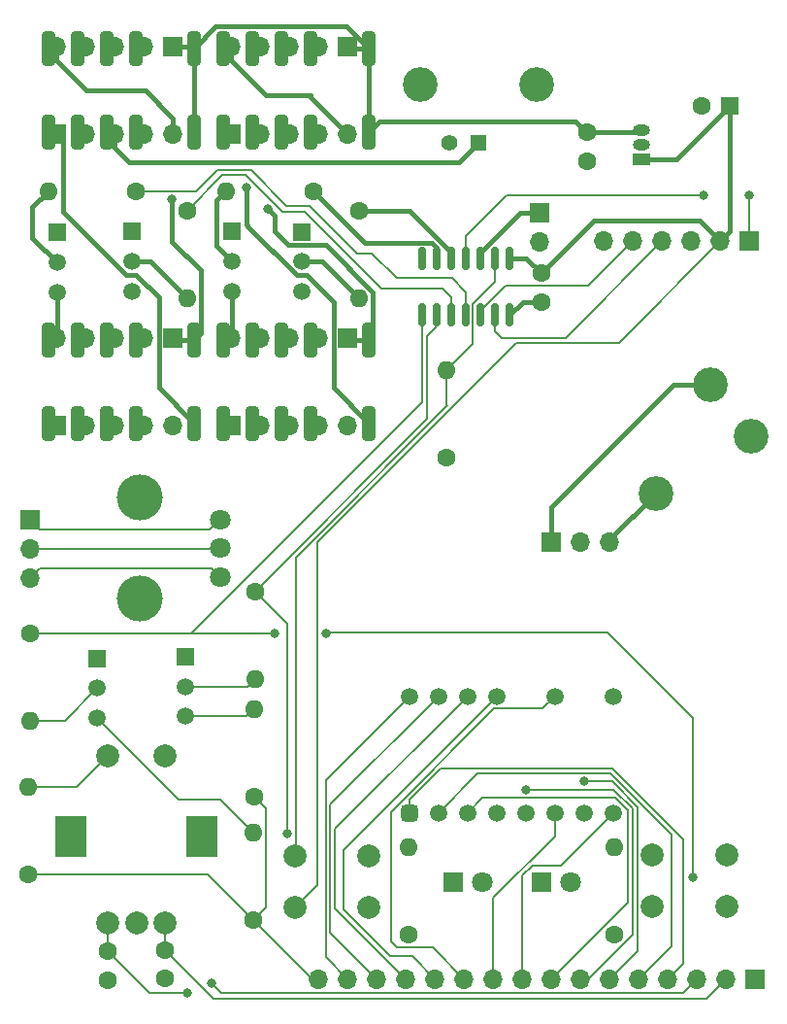
<source format=gbr>
%TF.GenerationSoftware,KiCad,Pcbnew,(6.0.7)*%
%TF.CreationDate,2023-03-08T11:17:01-08:00*%
%TF.ProjectId,Relay_LED,52656c61-795f-44c4-9544-2e6b69636164,rev?*%
%TF.SameCoordinates,Original*%
%TF.FileFunction,Copper,L1,Top*%
%TF.FilePolarity,Positive*%
%FSLAX46Y46*%
G04 Gerber Fmt 4.6, Leading zero omitted, Abs format (unit mm)*
G04 Created by KiCad (PCBNEW (6.0.7)) date 2023-03-08 11:17:01*
%MOMM*%
%LPD*%
G01*
G04 APERTURE LIST*
G04 Aperture macros list*
%AMRoundRect*
0 Rectangle with rounded corners*
0 $1 Rounding radius*
0 $2 $3 $4 $5 $6 $7 $8 $9 X,Y pos of 4 corners*
0 Add a 4 corners polygon primitive as box body*
4,1,4,$2,$3,$4,$5,$6,$7,$8,$9,$2,$3,0*
0 Add four circle primitives for the rounded corners*
1,1,$1+$1,$2,$3*
1,1,$1+$1,$4,$5*
1,1,$1+$1,$6,$7*
1,1,$1+$1,$8,$9*
0 Add four rect primitives between the rounded corners*
20,1,$1+$1,$2,$3,$4,$5,0*
20,1,$1+$1,$4,$5,$6,$7,0*
20,1,$1+$1,$6,$7,$8,$9,0*
20,1,$1+$1,$8,$9,$2,$3,0*%
G04 Aperture macros list end*
%TA.AperFunction,ComponentPad*%
%ADD10C,2.000000*%
%TD*%
%TA.AperFunction,ComponentPad*%
%ADD11R,2.800000X3.600000*%
%TD*%
%TA.AperFunction,SMDPad,CuDef*%
%ADD12RoundRect,0.150000X-0.150000X0.825000X-0.150000X-0.825000X0.150000X-0.825000X0.150000X0.825000X0*%
%TD*%
%TA.AperFunction,ComponentPad*%
%ADD13C,1.600000*%
%TD*%
%TA.AperFunction,ComponentPad*%
%ADD14O,1.600000X1.600000*%
%TD*%
%TA.AperFunction,WasherPad*%
%ADD15C,4.000000*%
%TD*%
%TA.AperFunction,ComponentPad*%
%ADD16C,1.800000*%
%TD*%
%TA.AperFunction,ComponentPad*%
%ADD17C,3.016000*%
%TD*%
%TA.AperFunction,ComponentPad*%
%ADD18R,1.700000X1.700000*%
%TD*%
%TA.AperFunction,ComponentPad*%
%ADD19O,1.700000X1.700000*%
%TD*%
%TA.AperFunction,SMDPad,CuDef*%
%ADD20RoundRect,0.249750X0.305250X1.250250X-0.305250X1.250250X-0.305250X-1.250250X0.305250X-1.250250X0*%
%TD*%
%TA.AperFunction,ComponentPad*%
%ADD21R,1.500000X1.500000*%
%TD*%
%TA.AperFunction,ComponentPad*%
%ADD22C,1.500000*%
%TD*%
%TA.AperFunction,ComponentPad*%
%ADD23R,1.600000X1.600000*%
%TD*%
%TA.AperFunction,ComponentPad*%
%ADD24RoundRect,0.375000X0.375000X-0.375000X0.375000X0.375000X-0.375000X0.375000X-0.375000X-0.375000X0*%
%TD*%
%TA.AperFunction,ComponentPad*%
%ADD25R,1.800000X1.800000*%
%TD*%
%TA.AperFunction,ComponentPad*%
%ADD26R,1.398000X1.398000*%
%TD*%
%TA.AperFunction,ComponentPad*%
%ADD27C,1.398000*%
%TD*%
%TA.AperFunction,ComponentPad*%
%ADD28C,3.015000*%
%TD*%
%TA.AperFunction,ComponentPad*%
%ADD29R,1.500000X1.000000*%
%TD*%
%TA.AperFunction,ComponentPad*%
%ADD30O,1.500000X1.000000*%
%TD*%
%TA.AperFunction,ViaPad*%
%ADD31C,0.800000*%
%TD*%
%TA.AperFunction,Conductor*%
%ADD32C,0.400000*%
%TD*%
%TA.AperFunction,Conductor*%
%ADD33C,0.200000*%
%TD*%
G04 APERTURE END LIST*
D10*
%TO.P,S1,1*%
%TO.N,Net-(R7-Pad2)*%
X59725000Y-115900000D03*
%TO.P,S1,2*%
%TO.N,GND*%
X64725000Y-115900000D03*
D11*
%TO.P,S1,3*%
%TO.N,unconnected-(S1-Pad3)*%
X56525000Y-122900000D03*
X67925000Y-122900000D03*
D10*
%TO.P,S1,A,CH_A*%
%TO.N,ECa*%
X59725000Y-130400000D03*
%TO.P,S1,B,CH_B*%
%TO.N,ECb*%
X64725000Y-130400000D03*
%TO.P,S1,C,COM*%
%TO.N,GND*%
X62225000Y-130400000D03*
%TD*%
D12*
%TO.P,U1,1,VDD*%
%TO.N,+5V*%
X94785000Y-72525000D03*
%TO.P,U1,2,RA5*%
%TO.N,Net-(R8-Pad2)*%
X93515000Y-72525000D03*
%TO.P,U1,3,RA4*%
%TO.N,Cal*%
X92245000Y-72525000D03*
%TO.P,U1,4,Vpp/~{MCLR}/RA3*%
%TO.N,VPP*%
X90975000Y-72525000D03*
%TO.P,U1,5,RC5*%
%TO.N,R34r*%
X89705000Y-72525000D03*
%TO.P,U1,6,RC4*%
%TO.N,R34s*%
X88435000Y-72525000D03*
%TO.P,U1,7,RC3*%
%TO.N,unconnected-(U1-Pad7)*%
X87165000Y-72525000D03*
%TO.P,U1,8,RC2*%
%TO.N,15m*%
X87165000Y-77475000D03*
%TO.P,U1,9,RC1*%
%TO.N,20m*%
X88435000Y-77475000D03*
%TO.P,U1,10,RC0*%
%TO.N,R12r*%
X89705000Y-77475000D03*
%TO.P,U1,11,RA2*%
%TO.N,R12s*%
X90975000Y-77475000D03*
%TO.P,U1,12,ICSPCLK/RA1*%
%TO.N,ICSPCLK*%
X92245000Y-77475000D03*
%TO.P,U1,13,ICSPDAT/RA0*%
%TO.N,ICSPDAT*%
X93515000Y-77475000D03*
%TO.P,U1,14,VSS*%
%TO.N,GND*%
X94785000Y-77475000D03*
%TD*%
D13*
%TO.P,R3,1*%
%TO.N,20m*%
X72550000Y-101540000D03*
D14*
%TO.P,R3,2*%
%TO.N,Net-(Q1-Pad2)*%
X72550000Y-109160000D03*
%TD*%
D15*
%TO.P,R9,*%
%TO.N,*%
X62500000Y-102175000D03*
X62500000Y-93375000D03*
D16*
%TO.P,R9,1,1*%
%TO.N,Vol1*%
X69500000Y-95275000D03*
%TO.P,R9,2,2*%
%TO.N,Wiper*%
X69500000Y-97775000D03*
%TO.P,R9,3,3*%
%TO.N,Vol3*%
X69500000Y-100275000D03*
%TD*%
D17*
%TO.P,CON1,1,S*%
%TO.N,GND*%
X115825000Y-88007100D03*
%TO.P,CON1,2,T*%
%TO.N,Dit*%
X112325000Y-83507100D03*
%TO.P,CON1,3,R*%
%TO.N,Dah*%
X107525000Y-93007100D03*
%TD*%
D18*
%TO.P,J7,1,Pin_1*%
%TO.N,R2.7*%
X55260000Y-87090000D03*
D19*
%TO.P,J7,2,Pin_2*%
%TO.N,R2.8*%
X57800000Y-87090000D03*
%TO.P,J7,3,Pin_3*%
%TO.N,R2.9*%
X60340000Y-87090000D03*
%TO.P,J7,4,Pin_4*%
%TO.N,R2.10*%
X62880000Y-87090000D03*
%TO.P,J7,5,Pin_5*%
%TO.N,GND*%
X65420000Y-87090000D03*
%TD*%
D13*
%TO.P,C5,1*%
%TO.N,VDD*%
X101500000Y-61525000D03*
%TO.P,C5,2*%
%TO.N,GND*%
X101500000Y-64025000D03*
%TD*%
D18*
%TO.P,J13,1,Pin_1*%
%TO.N,VDD*%
X80645000Y-54080000D03*
D19*
%TO.P,J13,2,Pin_2*%
%TO.N,R3.3*%
X78105000Y-54080000D03*
%TO.P,J13,3,Pin_3*%
%TO.N,R3.4*%
X75565000Y-54080000D03*
%TO.P,J13,4,Pin_4*%
%TO.N,R3.5*%
X73025000Y-54080000D03*
%TO.P,J13,5,Pin_5*%
%TO.N,R3.6*%
X70485000Y-54080000D03*
%TD*%
D18*
%TO.P,J1,1,Pin_1*%
%TO.N,GND*%
X116200000Y-135350000D03*
D19*
%TO.P,J1,2,Pin_2*%
%TO.N,ECb*%
X113660000Y-135350000D03*
%TO.P,J1,3,Pin_3*%
%TO.N,ECa*%
X111120000Y-135350000D03*
%TO.P,J1,4,Pin_4*%
%TO.N,D1*%
X108580000Y-135350000D03*
%TO.P,J1,5,Pin_5*%
%TO.N,D2*%
X106040000Y-135350000D03*
%TO.P,J1,6,Pin_6*%
%TO.N,dp*%
X103500000Y-135350000D03*
%TO.P,J1,7,Pin_7*%
%TO.N,e*%
X100960000Y-135350000D03*
%TO.P,J1,8,Pin_8*%
%TO.N,d*%
X98420000Y-135350000D03*
%TO.P,J1,9,Pin_9*%
%TO.N,D4*%
X95880000Y-135350000D03*
%TO.P,J1,10,Pin_10*%
%TO.N,D3*%
X93340000Y-135350000D03*
%TO.P,J1,11,Pin_11*%
%TO.N,f*%
X90800000Y-135350000D03*
%TO.P,J1,12,Pin_12*%
%TO.N,c*%
X88260000Y-135350000D03*
%TO.P,J1,13,Pin_13*%
%TO.N,a*%
X85720000Y-135350000D03*
%TO.P,J1,14,Pin_14*%
%TO.N,g*%
X83180000Y-135350000D03*
%TO.P,J1,15,Pin_15*%
%TO.N,b*%
X80640000Y-135350000D03*
%TO.P,J1,16,Pin_16*%
%TO.N,SW*%
X78100000Y-135350000D03*
%TD*%
D13*
%TO.P,R10,1*%
%TO.N,R12s*%
X62150000Y-66675000D03*
D14*
%TO.P,R10,2*%
%TO.N,Net-(Q3-Pad2)*%
X54530000Y-66675000D03*
%TD*%
D20*
%TO.P,RY2,1,SET+*%
%TO.N,R1.6*%
X67240000Y-79600000D03*
%TO.P,RY2,3,NC1*%
%TO.N,R2.3*%
X62160000Y-79600000D03*
%TO.P,RY2,4,C1*%
%TO.N,R2.4*%
X59620000Y-79600000D03*
%TO.P,RY2,5,NO1*%
%TO.N,R2.5*%
X57080000Y-79600000D03*
%TO.P,RY2,6,SET-*%
%TO.N,R2.6*%
X54540000Y-79600000D03*
%TO.P,RY2,7,RESET-*%
%TO.N,R2.7*%
X54540000Y-86890000D03*
%TO.P,RY2,8,NO2*%
%TO.N,R2.8*%
X57080000Y-86890000D03*
%TO.P,RY2,9,C2*%
%TO.N,R2.9*%
X59620000Y-86890000D03*
%TO.P,RY2,10,NC2*%
%TO.N,R2.10*%
X62160000Y-86890000D03*
%TO.P,RY2,12,RESET+*%
%TO.N,R1.7*%
X67240000Y-86890000D03*
%TD*%
D18*
%TO.P,J2,1,Pin_1*%
%TO.N,VPP*%
X115700000Y-71025000D03*
D19*
%TO.P,J2,2,Pin_2*%
%TO.N,+5V*%
X113160000Y-71025000D03*
%TO.P,J2,3,Pin_3*%
%TO.N,GND*%
X110620000Y-71025000D03*
%TO.P,J2,4,Pin_4*%
%TO.N,ICSPDAT*%
X108080000Y-71025000D03*
%TO.P,J2,5,Pin_5*%
%TO.N,ICSPCLK*%
X105540000Y-71025000D03*
%TO.P,J2,6,Pin_6*%
%TO.N,unconnected-(J2-Pad6)*%
X103000000Y-71025000D03*
%TD*%
D13*
%TO.P,R8,1*%
%TO.N,GND*%
X89300000Y-89860000D03*
D14*
%TO.P,R8,2*%
%TO.N,Net-(R8-Pad2)*%
X89300000Y-82240000D03*
%TD*%
D18*
%TO.P,J12,1,Pin_1*%
%TO.N,R1.6*%
X65410000Y-79480000D03*
D19*
%TO.P,J12,2,Pin_2*%
%TO.N,R2.3*%
X62870000Y-79480000D03*
%TO.P,J12,3,Pin_3*%
%TO.N,R2.4*%
X60330000Y-79480000D03*
%TO.P,J12,4,Pin_4*%
%TO.N,R2.5*%
X57790000Y-79480000D03*
%TO.P,J12,5,Pin_5*%
%TO.N,R2.6*%
X55250000Y-79480000D03*
%TD*%
D18*
%TO.P,J8,1,Pin_1*%
%TO.N,R3.7*%
X70495000Y-61700000D03*
D19*
%TO.P,J8,2,Pin_2*%
%TO.N,R3.8*%
X73035000Y-61700000D03*
%TO.P,J8,3,Pin_3*%
%TO.N,R3.9*%
X75575000Y-61700000D03*
%TO.P,J8,4,Pin_4*%
%TO.N,R3.10*%
X78115000Y-61700000D03*
%TO.P,J8,5,Pin_5*%
%TO.N,R3.6*%
X80655000Y-61700000D03*
%TD*%
D13*
%TO.P,R13,1*%
%TO.N,R34r*%
X81650000Y-68400000D03*
D14*
%TO.P,R13,2*%
%TO.N,Net-(Q6-Pad2)*%
X81650000Y-76020000D03*
%TD*%
D13*
%TO.P,R4,1*%
%TO.N,15m*%
X52900000Y-105200000D03*
D14*
%TO.P,R4,2*%
%TO.N,Net-(Q2-Pad2)*%
X52900000Y-112820000D03*
%TD*%
D18*
%TO.P,J5,1,Pin_1*%
%TO.N,Cal*%
X97375000Y-68575000D03*
D19*
%TO.P,J5,2,Pin_2*%
%TO.N,GND*%
X97375000Y-71115000D03*
%TD*%
D21*
%TO.P,Q2,1,E*%
%TO.N,GND*%
X58800000Y-107375000D03*
D22*
%TO.P,Q2,2,B*%
%TO.N,Net-(Q2-Pad2)*%
X58800000Y-109975000D03*
%TO.P,Q2,3,C*%
%TO.N,Net-(Q2-Pad3)*%
X58800000Y-112575000D03*
%TD*%
D23*
%TO.P,C3,1*%
%TO.N,+5V*%
X114007380Y-59225000D03*
D13*
%TO.P,C3,2*%
%TO.N,GND*%
X111507380Y-59225000D03*
%TD*%
D18*
%TO.P,J9,1,Pin_1*%
%TO.N,R4.7*%
X70500000Y-87090000D03*
D19*
%TO.P,J9,2,Pin_2*%
%TO.N,R4.8*%
X73040000Y-87090000D03*
%TO.P,J9,3,Pin_3*%
%TO.N,R4.9*%
X75580000Y-87090000D03*
%TO.P,J9,4,Pin_4*%
%TO.N,R4.10*%
X78120000Y-87090000D03*
%TO.P,J9,5,Pin_5*%
%TO.N,GND*%
X80660000Y-87090000D03*
%TD*%
D18*
%TO.P,J4,1,Pin_1*%
%TO.N,Vol1*%
X52950000Y-95325000D03*
D19*
%TO.P,J4,2,Pin_2*%
%TO.N,Wiper*%
X52950000Y-97865000D03*
%TO.P,J4,3,Pin_3*%
%TO.N,Vol3*%
X52950000Y-100405000D03*
%TD*%
D13*
%TO.P,C2,1*%
%TO.N,ECa*%
X59750000Y-132925000D03*
%TO.P,C2,2*%
%TO.N,GND*%
X59750000Y-135425000D03*
%TD*%
%TO.P,R11,1*%
%TO.N,R12r*%
X66625000Y-68375000D03*
D14*
%TO.P,R11,2*%
%TO.N,Net-(Q4-Pad2)*%
X66625000Y-75995000D03*
%TD*%
D13*
%TO.P,R7,1*%
%TO.N,SW*%
X52750000Y-126235000D03*
D14*
%TO.P,R7,2*%
%TO.N,Net-(R7-Pad2)*%
X52750000Y-118615000D03*
%TD*%
D24*
%TO.P,DSP1,1,CA1*%
%TO.N,D1*%
X86010000Y-120847500D03*
D22*
%TO.P,DSP1,2,CA2*%
%TO.N,D2*%
X88550000Y-120847500D03*
%TO.P,DSP1,3,D*%
%TO.N,d*%
X91090000Y-120847500D03*
%TO.P,DSP1,4,CAL*%
%TO.N,unconnected-(DSP1-Pad4)*%
X93630000Y-120847500D03*
%TO.P,DSP1,5,E*%
%TO.N,e*%
X96170000Y-120847500D03*
%TO.P,DSP1,6,CA3*%
%TO.N,D3*%
X98710000Y-120847500D03*
%TO.P,DSP1,7,DP*%
%TO.N,dp*%
X101250000Y-120847500D03*
%TO.P,DSP1,8,CA4*%
%TO.N,D4*%
X103790000Y-120847500D03*
%TO.P,DSP1,9,NC*%
%TO.N,unconnected-(DSP1-Pad9)*%
X103790000Y-110687500D03*
%TO.P,DSP1,11,F*%
%TO.N,f*%
X98710000Y-110687500D03*
%TO.P,DSP1,13,C*%
%TO.N,c*%
X93630000Y-110687500D03*
%TO.P,DSP1,14,A*%
%TO.N,a*%
X91090000Y-110687500D03*
%TO.P,DSP1,15,G*%
%TO.N,g*%
X88550000Y-110687500D03*
%TO.P,DSP1,16,B*%
%TO.N,b*%
X86010000Y-110687500D03*
%TD*%
D21*
%TO.P,Q5,1,E*%
%TO.N,GND*%
X70550000Y-70175000D03*
D22*
%TO.P,Q5,2,B*%
%TO.N,Net-(Q5-Pad2)*%
X70550000Y-72775000D03*
%TO.P,Q5,3,C*%
%TO.N,R4.6*%
X70550000Y-75375000D03*
%TD*%
D10*
%TO.P,SW2,1,1*%
%TO.N,Net-(R8-Pad2)*%
X82525000Y-124600000D03*
X76025000Y-124600000D03*
%TO.P,SW2,2,2*%
%TO.N,+5V*%
X82525000Y-129100000D03*
X76025000Y-129100000D03*
%TD*%
D13*
%TO.P,R12,1*%
%TO.N,R34s*%
X77650000Y-66675000D03*
D14*
%TO.P,R12,2*%
%TO.N,Net-(Q5-Pad2)*%
X70030000Y-66675000D03*
%TD*%
D25*
%TO.P,D2,1,K*%
%TO.N,GND*%
X97600000Y-126925000D03*
D16*
%TO.P,D2,2,A*%
%TO.N,Net-(D2-Pad2)*%
X100140000Y-126925000D03*
%TD*%
D26*
%TO.P,J10,1,1*%
%TO.N,R1.9*%
X92050000Y-62466500D03*
D27*
%TO.P,J10,2,2*%
%TO.N,GND*%
X89510000Y-62466500D03*
D28*
%TO.P,J10,P1,SHIELD*%
X86970000Y-57386500D03*
%TO.P,J10,P2,SHIELD*%
X97130000Y-57386500D03*
%TD*%
D13*
%TO.P,C1,1*%
%TO.N,+5V*%
X97525000Y-73825000D03*
%TO.P,C1,2*%
%TO.N,GND*%
X97525000Y-76325000D03*
%TD*%
%TO.P,R5,1*%
%TO.N,SW*%
X72475000Y-119400000D03*
D14*
%TO.P,R5,2*%
%TO.N,Net-(Q1-Pad3)*%
X72475000Y-111780000D03*
%TD*%
D18*
%TO.P,J14,1,Pin_1*%
%TO.N,R3.6*%
X80650000Y-79480000D03*
D19*
%TO.P,J14,2,Pin_2*%
%TO.N,R4.3*%
X78110000Y-79480000D03*
%TO.P,J14,3,Pin_3*%
%TO.N,R4.4*%
X75570000Y-79480000D03*
%TO.P,J14,4,Pin_4*%
%TO.N,R4.5*%
X73030000Y-79480000D03*
%TO.P,J14,5,Pin_5*%
%TO.N,R4.6*%
X70490000Y-79480000D03*
%TD*%
D21*
%TO.P,Q3,1,E*%
%TO.N,GND*%
X55275000Y-70250000D03*
D22*
%TO.P,Q3,2,B*%
%TO.N,Net-(Q3-Pad2)*%
X55275000Y-72850000D03*
%TO.P,Q3,3,C*%
%TO.N,R2.6*%
X55275000Y-75450000D03*
%TD*%
D13*
%TO.P,C4,1*%
%TO.N,ECb*%
X64750000Y-132800000D03*
%TO.P,C4,2*%
%TO.N,GND*%
X64750000Y-135300000D03*
%TD*%
D29*
%TO.P,U2,1,OUT*%
%TO.N,+5V*%
X106275000Y-63920000D03*
D30*
%TO.P,U2,2,GND*%
%TO.N,GND*%
X106275000Y-62650000D03*
%TO.P,U2,3,IN*%
%TO.N,VDD*%
X106275000Y-61380000D03*
%TD*%
D20*
%TO.P,RY3,1,SET+*%
%TO.N,VDD*%
X82475000Y-54205000D03*
%TO.P,RY3,3,NC1*%
%TO.N,R3.3*%
X77395000Y-54205000D03*
%TO.P,RY3,4,C1*%
%TO.N,R3.4*%
X74855000Y-54205000D03*
%TO.P,RY3,5,NO1*%
%TO.N,R3.5*%
X72315000Y-54205000D03*
%TO.P,RY3,6,SET-*%
%TO.N,R3.6*%
X69775000Y-54205000D03*
%TO.P,RY3,7,RESET-*%
%TO.N,R3.7*%
X69775000Y-61495000D03*
%TO.P,RY3,8,NO2*%
%TO.N,R3.8*%
X72315000Y-61495000D03*
%TO.P,RY3,9,C2*%
%TO.N,R3.9*%
X74855000Y-61495000D03*
%TO.P,RY3,10,NC2*%
%TO.N,R3.10*%
X77395000Y-61495000D03*
%TO.P,RY3,12,RESET+*%
%TO.N,VDD*%
X82475000Y-61495000D03*
%TD*%
D10*
%TO.P,SW1,1,1*%
%TO.N,SW*%
X113750000Y-124500000D03*
X107250000Y-124500000D03*
%TO.P,SW1,2,2*%
%TO.N,GND*%
X107250000Y-129000000D03*
X113750000Y-129000000D03*
%TD*%
D13*
%TO.P,R2,1*%
%TO.N,Net-(D2-Pad2)*%
X103900000Y-131485000D03*
D14*
%TO.P,R2,2*%
%TO.N,15m*%
X103900000Y-123865000D03*
%TD*%
D25*
%TO.P,D1,1,K*%
%TO.N,GND*%
X89875000Y-126875000D03*
D16*
%TO.P,D1,2,A*%
%TO.N,Net-(D1-Pad2)*%
X92415000Y-126875000D03*
%TD*%
D18*
%TO.P,J3,1,Pin_1*%
%TO.N,Dit*%
X98425000Y-97250000D03*
D19*
%TO.P,J3,2,Pin_2*%
%TO.N,GND*%
X100965000Y-97250000D03*
%TO.P,J3,3,Pin_3*%
%TO.N,Dah*%
X103505000Y-97250000D03*
%TD*%
D20*
%TO.P,RY4,1,SET+*%
%TO.N,R3.6*%
X82475000Y-79605000D03*
%TO.P,RY4,3,NC1*%
%TO.N,R4.3*%
X77395000Y-79605000D03*
%TO.P,RY4,4,C1*%
%TO.N,R4.4*%
X74855000Y-79605000D03*
%TO.P,RY4,5,NO1*%
%TO.N,R4.5*%
X72315000Y-79605000D03*
%TO.P,RY4,6,SET-*%
%TO.N,R4.6*%
X69775000Y-79605000D03*
%TO.P,RY4,7,RESET-*%
%TO.N,R4.7*%
X69775000Y-86895000D03*
%TO.P,RY4,8,NO2*%
%TO.N,R4.8*%
X72315000Y-86895000D03*
%TO.P,RY4,9,C2*%
%TO.N,R4.9*%
X74855000Y-86895000D03*
%TO.P,RY4,10,NC2*%
%TO.N,R4.10*%
X77395000Y-86895000D03*
%TO.P,RY4,12,RESET+*%
%TO.N,R3.7*%
X82475000Y-86895000D03*
%TD*%
D13*
%TO.P,R6,1*%
%TO.N,SW*%
X72400000Y-130195000D03*
D14*
%TO.P,R6,2*%
%TO.N,Net-(Q2-Pad3)*%
X72400000Y-122575000D03*
%TD*%
D21*
%TO.P,Q1,1,E*%
%TO.N,GND*%
X66500000Y-107225000D03*
D22*
%TO.P,Q1,2,B*%
%TO.N,Net-(Q1-Pad2)*%
X66500000Y-109825000D03*
%TO.P,Q1,3,C*%
%TO.N,Net-(Q1-Pad3)*%
X66500000Y-112425000D03*
%TD*%
D18*
%TO.P,J11,1,Pin_1*%
%TO.N,VDD*%
X65405000Y-54080000D03*
D19*
%TO.P,J11,2,Pin_2*%
%TO.N,R1.3*%
X62865000Y-54080000D03*
%TO.P,J11,3,Pin_3*%
%TO.N,R1.4*%
X60325000Y-54080000D03*
%TO.P,J11,4,Pin_4*%
%TO.N,R1.5*%
X57785000Y-54080000D03*
%TO.P,J11,5,Pin_5*%
%TO.N,R1.6*%
X55245000Y-54080000D03*
%TD*%
D13*
%TO.P,R1,1*%
%TO.N,Net-(D1-Pad2)*%
X86000000Y-131485000D03*
D14*
%TO.P,R1,2*%
%TO.N,20m*%
X86000000Y-123865000D03*
%TD*%
D21*
%TO.P,Q6,1,E*%
%TO.N,GND*%
X76675000Y-70200000D03*
D22*
%TO.P,Q6,2,B*%
%TO.N,Net-(Q6-Pad2)*%
X76675000Y-72800000D03*
%TO.P,Q6,3,C*%
%TO.N,R4.7*%
X76675000Y-75400000D03*
%TD*%
D21*
%TO.P,Q4,1,E*%
%TO.N,GND*%
X61800000Y-70175000D03*
D22*
%TO.P,Q4,2,B*%
%TO.N,Net-(Q4-Pad2)*%
X61800000Y-72775000D03*
%TO.P,Q4,3,C*%
%TO.N,R2.7*%
X61800000Y-75375000D03*
%TD*%
D18*
%TO.P,J6,1,Pin_1*%
%TO.N,R1.7*%
X55255000Y-61700000D03*
D19*
%TO.P,J6,2,Pin_2*%
%TO.N,R1.8*%
X57795000Y-61700000D03*
%TO.P,J6,3,Pin_3*%
%TO.N,R1.9*%
X60335000Y-61700000D03*
%TO.P,J6,4,Pin_4*%
%TO.N,R1.10*%
X62875000Y-61700000D03*
%TO.P,J6,5,Pin_5*%
%TO.N,R1.6*%
X65415000Y-61700000D03*
%TD*%
D20*
%TO.P,RY1,1,SET+*%
%TO.N,VDD*%
X67235000Y-54205000D03*
%TO.P,RY1,3,NC1*%
%TO.N,R1.3*%
X62155000Y-54205000D03*
%TO.P,RY1,4,C1*%
%TO.N,R1.4*%
X59615000Y-54205000D03*
%TO.P,RY1,5,NO1*%
%TO.N,R1.5*%
X57075000Y-54205000D03*
%TO.P,RY1,6,SET-*%
%TO.N,R1.6*%
X54535000Y-54205000D03*
%TO.P,RY1,7,RESET-*%
%TO.N,R1.7*%
X54535000Y-61495000D03*
%TO.P,RY1,8,NO2*%
%TO.N,R1.8*%
X57075000Y-61495000D03*
%TO.P,RY1,9,C2*%
%TO.N,R1.9*%
X59615000Y-61495000D03*
%TO.P,RY1,10,NC2*%
%TO.N,R1.10*%
X62155000Y-61495000D03*
%TO.P,RY1,12,RESET+*%
%TO.N,VDD*%
X67235000Y-61495000D03*
%TD*%
D31*
%TO.N,ECa*%
X66625000Y-136500000D03*
X68750000Y-135700000D03*
%TO.N,R3.6*%
X73675000Y-68200000D03*
%TO.N,R3.7*%
X71817878Y-66307122D03*
%TO.N,R1.6*%
X65300000Y-67374500D03*
%TO.N,VPP*%
X111700000Y-67050000D03*
X115700000Y-67050000D03*
%TO.N,15m*%
X74300000Y-105200000D03*
X110775000Y-126425000D03*
X78725000Y-105200000D03*
%TO.N,20m*%
X75375000Y-122661485D03*
%TO.N,e*%
X96200000Y-118800000D03*
%TO.N,dp*%
X101250000Y-118100500D03*
%TD*%
D32*
%TO.N,Net-(Q6-Pad2)*%
X78430000Y-72800000D02*
X81650000Y-76020000D01*
X76675000Y-72800000D02*
X78430000Y-72800000D01*
%TO.N,R4.7*%
X69970000Y-87090000D02*
X69775000Y-86895000D01*
X70500000Y-87090000D02*
X69970000Y-87090000D01*
%TO.N,GND*%
X95935000Y-76325000D02*
X94785000Y-77475000D01*
X97525000Y-76325000D02*
X95935000Y-76325000D01*
%TO.N,Net-(Q5-Pad2)*%
X69230001Y-71455001D02*
X70550000Y-72775000D01*
X69230001Y-67474999D02*
X69230001Y-71455001D01*
X70030000Y-66675000D02*
X69230001Y-67474999D01*
%TO.N,R4.6*%
X70490000Y-79480000D02*
X69900000Y-79480000D01*
X69900000Y-79480000D02*
X69775000Y-79605000D01*
X70550000Y-75375000D02*
X70550000Y-78830000D01*
X70550000Y-78830000D02*
X69775000Y-79605000D01*
%TO.N,Net-(Q4-Pad2)*%
X61800000Y-72775000D02*
X63405000Y-72775000D01*
X63405000Y-72775000D02*
X66625000Y-75995000D01*
%TO.N,R2.7*%
X55260000Y-87090000D02*
X54740000Y-87090000D01*
X54740000Y-87090000D02*
X54540000Y-86890000D01*
%TO.N,Net-(Q3-Pad2)*%
X53150000Y-70725000D02*
X55275000Y-72850000D01*
X53150000Y-68055000D02*
X53150000Y-70725000D01*
X54530000Y-66675000D02*
X53150000Y-68055000D01*
%TO.N,R2.6*%
X55250000Y-79480000D02*
X54660000Y-79480000D01*
X55275000Y-75450000D02*
X55275000Y-78865000D01*
X54660000Y-79480000D02*
X54540000Y-79600000D01*
X55275000Y-78865000D02*
X54540000Y-79600000D01*
D33*
%TO.N,Net-(Q2-Pad2)*%
X52900000Y-112820000D02*
X55955000Y-112820000D01*
X55955000Y-112820000D02*
X58800000Y-109975000D01*
%TO.N,Net-(Q2-Pad3)*%
X69525000Y-119700000D02*
X72400000Y-122575000D01*
X58800000Y-112575000D02*
X65925000Y-119700000D01*
X65925000Y-119700000D02*
X69525000Y-119700000D01*
%TO.N,Net-(Q1-Pad2)*%
X71885000Y-109825000D02*
X72550000Y-109160000D01*
X66500000Y-109825000D02*
X71885000Y-109825000D01*
%TO.N,Net-(Q1-Pad3)*%
X66500000Y-112425000D02*
X71830000Y-112425000D01*
X71830000Y-112425000D02*
X72475000Y-111780000D01*
D32*
%TO.N,VDD*%
X106130000Y-61525000D02*
X106275000Y-61380000D01*
X69135000Y-52305000D02*
X80575000Y-52305000D01*
X83420000Y-60550000D02*
X100525000Y-60550000D01*
X101500000Y-61525000D02*
X106130000Y-61525000D01*
X80770000Y-54205000D02*
X80645000Y-54080000D01*
X67110000Y-54080000D02*
X67235000Y-54205000D01*
X80575000Y-52305000D02*
X82475000Y-54205000D01*
X82475000Y-54205000D02*
X80770000Y-54205000D01*
X65405000Y-54080000D02*
X67110000Y-54080000D01*
X100525000Y-60550000D02*
X101500000Y-61525000D01*
X67235000Y-54205000D02*
X69135000Y-52305000D01*
X67235000Y-54205000D02*
X67235000Y-61495000D01*
X82475000Y-61495000D02*
X83420000Y-60550000D01*
X82475000Y-54205000D02*
X82475000Y-61495000D01*
%TO.N,+5V*%
X114007380Y-70177620D02*
X113160000Y-71025000D01*
X97525000Y-73825000D02*
X102098575Y-69251425D01*
X114007380Y-59225000D02*
X109312380Y-63920000D01*
X114007380Y-59225000D02*
X114007380Y-70177620D01*
D33*
X104310000Y-79875000D02*
X113160000Y-71025000D01*
X78025000Y-127100000D02*
X78025000Y-97225000D01*
D32*
X94785000Y-72525000D02*
X96225000Y-72525000D01*
X96225000Y-72525000D02*
X97525000Y-73825000D01*
D33*
X78025000Y-97225000D02*
X95375000Y-79875000D01*
X76025000Y-129100000D02*
X78025000Y-127100000D01*
D32*
X102098575Y-69251425D02*
X111386425Y-69251425D01*
X109312380Y-63920000D02*
X106275000Y-63920000D01*
D33*
X95375000Y-79875000D02*
X104310000Y-79875000D01*
D32*
X111386425Y-69251425D02*
X113160000Y-71025000D01*
D33*
%TO.N,Net-(R7-Pad2)*%
X52750000Y-118615000D02*
X57010000Y-118615000D01*
X57010000Y-118615000D02*
X59725000Y-115900000D01*
%TO.N,ECa*%
X59750000Y-130425000D02*
X59725000Y-130400000D01*
X63325000Y-136500000D02*
X59750000Y-132925000D01*
X109945000Y-136525000D02*
X111120000Y-135350000D01*
X63325000Y-136500000D02*
X66625000Y-136500000D01*
X68775000Y-135675000D02*
X69625000Y-136525000D01*
X69625000Y-136525000D02*
X109945000Y-136525000D01*
X59750000Y-132925000D02*
X59750000Y-130425000D01*
%TO.N,ECb*%
X64725000Y-132775000D02*
X64750000Y-132800000D01*
X68969000Y-137019000D02*
X64750000Y-132800000D01*
X113660000Y-135350000D02*
X111991000Y-137019000D01*
X111991000Y-137019000D02*
X68969000Y-137019000D01*
X64725000Y-130400000D02*
X64725000Y-132775000D01*
D32*
%TO.N,R3.3*%
X78105000Y-54080000D02*
X77520000Y-54080000D01*
X77520000Y-54080000D02*
X77395000Y-54205000D01*
%TO.N,R3.4*%
X74980000Y-54080000D02*
X74855000Y-54205000D01*
X75565000Y-54080000D02*
X74980000Y-54080000D01*
%TO.N,R3.5*%
X73025000Y-54080000D02*
X72440000Y-54080000D01*
X72440000Y-54080000D02*
X72315000Y-54205000D01*
%TO.N,R3.6*%
X70485000Y-54080000D02*
X70485000Y-55282081D01*
X75450000Y-71350000D02*
X74275000Y-70175000D01*
X82850000Y-79230000D02*
X82850000Y-75450000D01*
X78750000Y-71350000D02*
X75450000Y-71350000D01*
X73527919Y-58325000D02*
X77425000Y-58325000D01*
X74275000Y-70175000D02*
X74275000Y-68800000D01*
X82475000Y-79605000D02*
X80775000Y-79605000D01*
X70485000Y-54080000D02*
X69900000Y-54080000D01*
X77425000Y-58470000D02*
X80655000Y-61700000D01*
X82475000Y-79605000D02*
X82850000Y-79230000D01*
X80775000Y-79605000D02*
X80650000Y-79480000D01*
X82850000Y-75450000D02*
X78763578Y-71363578D01*
X70485000Y-55282081D02*
X73527919Y-58325000D01*
X69900000Y-54080000D02*
X69775000Y-54205000D01*
X77425000Y-58325000D02*
X77425000Y-58470000D01*
X74275000Y-68800000D02*
X73675000Y-68200000D01*
X78763578Y-71363578D02*
X78750000Y-71350000D01*
%TO.N,R3.7*%
X76198654Y-73950000D02*
X72025000Y-69776346D01*
X70495000Y-61700000D02*
X69980000Y-61700000D01*
X79400000Y-83820000D02*
X79400000Y-76300000D01*
X72025000Y-69776346D02*
X71817878Y-69569224D01*
X77050000Y-73950000D02*
X76198654Y-73950000D01*
X69980000Y-61700000D02*
X69775000Y-61495000D01*
X82475000Y-86895000D02*
X79400000Y-83820000D01*
X79400000Y-76300000D02*
X77050000Y-73950000D01*
X71817878Y-69569224D02*
X71817878Y-66307122D01*
%TO.N,R3.8*%
X73035000Y-61700000D02*
X72520000Y-61700000D01*
X72520000Y-61700000D02*
X72315000Y-61495000D01*
%TO.N,R3.9*%
X75060000Y-61700000D02*
X74855000Y-61495000D01*
X75575000Y-61700000D02*
X75060000Y-61700000D01*
%TO.N,R3.10*%
X77600000Y-61700000D02*
X77395000Y-61495000D01*
X78115000Y-61700000D02*
X77600000Y-61700000D01*
%TO.N,R4.3*%
X78110000Y-79480000D02*
X77520000Y-79480000D01*
X77520000Y-79480000D02*
X77395000Y-79605000D01*
%TO.N,R4.4*%
X75570000Y-79480000D02*
X74980000Y-79480000D01*
X74980000Y-79480000D02*
X74855000Y-79605000D01*
%TO.N,R4.5*%
X73030000Y-79480000D02*
X72440000Y-79480000D01*
X72440000Y-79480000D02*
X72315000Y-79605000D01*
%TO.N,R4.8*%
X73040000Y-87090000D02*
X72510000Y-87090000D01*
X72510000Y-87090000D02*
X72315000Y-86895000D01*
%TO.N,R4.9*%
X75050000Y-87090000D02*
X74855000Y-86895000D01*
X75580000Y-87090000D02*
X75050000Y-87090000D01*
%TO.N,R4.10*%
X78120000Y-87090000D02*
X77590000Y-87090000D01*
X77590000Y-87090000D02*
X77395000Y-86895000D01*
%TO.N,R1.6*%
X67240000Y-79600000D02*
X65530000Y-79600000D01*
X63000000Y-57900000D02*
X65415000Y-60315000D01*
X65415000Y-60315000D02*
X65415000Y-61700000D01*
X67240000Y-79600000D02*
X67825000Y-79015000D01*
X67825000Y-73575000D02*
X65300000Y-71050000D01*
X65300000Y-71050000D02*
X65300000Y-67374500D01*
X55245000Y-55282081D02*
X57862919Y-57900000D01*
X55245000Y-54080000D02*
X55245000Y-55282081D01*
X54660000Y-54080000D02*
X54535000Y-54205000D01*
X65530000Y-79600000D02*
X65410000Y-79480000D01*
X67825000Y-79015000D02*
X67825000Y-73575000D01*
X55245000Y-54080000D02*
X54660000Y-54080000D01*
X57862919Y-57900000D02*
X63000000Y-57900000D01*
%TO.N,R2.3*%
X62280000Y-79480000D02*
X62160000Y-79600000D01*
X62870000Y-79480000D02*
X62280000Y-79480000D01*
%TO.N,R2.4*%
X60330000Y-79480000D02*
X59740000Y-79480000D01*
X59740000Y-79480000D02*
X59620000Y-79600000D01*
%TO.N,R2.5*%
X57790000Y-79480000D02*
X57200000Y-79480000D01*
X57200000Y-79480000D02*
X57080000Y-79600000D01*
%TO.N,R2.8*%
X57800000Y-87090000D02*
X57280000Y-87090000D01*
X57280000Y-87090000D02*
X57080000Y-86890000D01*
%TO.N,R2.9*%
X60340000Y-87090000D02*
X59820000Y-87090000D01*
X59820000Y-87090000D02*
X59620000Y-86890000D01*
%TO.N,R2.10*%
X62360000Y-87090000D02*
X62160000Y-86890000D01*
X62880000Y-87090000D02*
X62360000Y-87090000D01*
%TO.N,R1.7*%
X55825000Y-68426346D02*
X55825000Y-62270000D01*
X55825000Y-62270000D02*
X55255000Y-61700000D01*
X64160000Y-83810000D02*
X64160000Y-75910000D01*
X67240000Y-86890000D02*
X64160000Y-83810000D01*
X64160000Y-75910000D02*
X62175000Y-73925000D01*
X54740000Y-61700000D02*
X54535000Y-61495000D01*
X55255000Y-61700000D02*
X54740000Y-61700000D01*
X62175000Y-73925000D02*
X61323654Y-73925000D01*
X61323654Y-73925000D02*
X55825000Y-68426346D01*
%TO.N,R1.3*%
X62865000Y-54080000D02*
X62280000Y-54080000D01*
X62280000Y-54080000D02*
X62155000Y-54205000D01*
%TO.N,R1.4*%
X60325000Y-54080000D02*
X59740000Y-54080000D01*
X59740000Y-54080000D02*
X59615000Y-54205000D01*
%TO.N,R1.5*%
X57200000Y-54080000D02*
X57075000Y-54205000D01*
X57785000Y-54080000D02*
X57200000Y-54080000D01*
%TO.N,R1.8*%
X57280000Y-61700000D02*
X57075000Y-61495000D01*
X57795000Y-61700000D02*
X57280000Y-61700000D01*
%TO.N,R1.9*%
X60335000Y-62902081D02*
X61572431Y-64139512D01*
X61572431Y-64139512D02*
X90376988Y-64139512D01*
X60335000Y-61700000D02*
X59820000Y-61700000D01*
X90376988Y-64139512D02*
X92050000Y-62466500D01*
X60335000Y-61700000D02*
X60335000Y-62902081D01*
X59820000Y-61700000D02*
X59615000Y-61495000D01*
%TO.N,R1.10*%
X62360000Y-61700000D02*
X62155000Y-61495000D01*
X62875000Y-61700000D02*
X62360000Y-61700000D01*
D33*
%TO.N,Vol1*%
X68600000Y-96175000D02*
X69500000Y-95275000D01*
X52950000Y-95325000D02*
X53800000Y-96175000D01*
X53800000Y-96175000D02*
X68600000Y-96175000D01*
%TO.N,Wiper*%
X69410000Y-97865000D02*
X69500000Y-97775000D01*
X52950000Y-97865000D02*
X69410000Y-97865000D01*
%TO.N,Vol3*%
X53800000Y-99555000D02*
X68780000Y-99555000D01*
X52950000Y-100405000D02*
X53800000Y-99555000D01*
X68780000Y-99555000D02*
X69500000Y-100275000D01*
%TO.N,Net-(R8-Pad2)*%
X91575000Y-79965000D02*
X89300000Y-82240000D01*
X76025000Y-124600000D02*
X76100000Y-124525000D01*
X93515000Y-72525000D02*
X93515000Y-74593604D01*
X93515000Y-74593604D02*
X91575000Y-76533604D01*
X76100000Y-98575000D02*
X89350000Y-85325000D01*
X89300000Y-82240000D02*
X89300000Y-85275000D01*
X89300000Y-85275000D02*
X89350000Y-85325000D01*
X76100000Y-124525000D02*
X76100000Y-98575000D01*
X91575000Y-76533604D02*
X91575000Y-79965000D01*
%TO.N,VPP*%
X115700000Y-71025000D02*
X115700000Y-67050000D01*
X90975000Y-70550000D02*
X94540733Y-66984267D01*
X90975000Y-72525000D02*
X90975000Y-70550000D01*
X94540733Y-66984267D02*
X111659267Y-66984267D01*
D32*
%TO.N,R34r*%
X89705000Y-72042183D02*
X89705000Y-72525000D01*
X86062817Y-68400000D02*
X89705000Y-72042183D01*
X81650000Y-68400000D02*
X86062817Y-68400000D01*
%TO.N,R34s*%
X82125000Y-71150000D02*
X87964289Y-71150000D01*
X88435000Y-71620711D02*
X88435000Y-72525000D01*
X77650000Y-66675000D02*
X82125000Y-71150000D01*
X87964289Y-71150000D02*
X88435000Y-71620711D01*
%TO.N,Cal*%
X92245000Y-72042183D02*
X95712183Y-68575000D01*
X95712183Y-68575000D02*
X97375000Y-68575000D01*
X92245000Y-72525000D02*
X92245000Y-72042183D01*
D33*
%TO.N,15m*%
X110775000Y-126425000D02*
X110775000Y-112600000D01*
X52900000Y-105200000D02*
X67035734Y-105200000D01*
X78800000Y-105125000D02*
X78725000Y-105200000D01*
X103300000Y-105125000D02*
X78800000Y-105125000D01*
X67035734Y-105200000D02*
X87165000Y-85070734D01*
X74300000Y-105200000D02*
X67035734Y-105200000D01*
X87165000Y-85070734D02*
X87165000Y-77475000D01*
X110775000Y-112600000D02*
X103300000Y-105125000D01*
%TO.N,20m*%
X72550000Y-101540000D02*
X87565000Y-86525000D01*
X75375000Y-121275000D02*
X75375000Y-122661485D01*
X75387515Y-104377515D02*
X72550000Y-101540000D01*
X87565000Y-86525000D02*
X87565000Y-79335000D01*
X75387515Y-121262485D02*
X75387515Y-104377515D01*
X87565000Y-79335000D02*
X88450000Y-78450000D01*
X75387515Y-121262485D02*
X75375000Y-121275000D01*
%TO.N,R12r*%
X71767110Y-65267110D02*
X74975000Y-68475000D01*
X66625000Y-68375000D02*
X69732890Y-65267110D01*
X74975000Y-68475000D02*
X76875000Y-68475000D01*
X69732890Y-65267110D02*
X71767110Y-65267110D01*
X76875000Y-68475000D02*
X83550000Y-75150000D01*
X83550000Y-75150000D02*
X88925000Y-75150000D01*
X88925000Y-75150000D02*
X89705000Y-75930000D01*
X89705000Y-75930000D02*
X89705000Y-77475000D01*
%TO.N,R12s*%
X62150000Y-66675000D02*
X67450000Y-66675000D01*
X69275000Y-64850000D02*
X72225000Y-64850000D01*
X90975000Y-75475000D02*
X90975000Y-77475000D01*
X82775000Y-72075000D02*
X84950000Y-74250000D01*
X81475000Y-72075000D02*
X82775000Y-72075000D01*
X77350000Y-67950000D02*
X81475000Y-72075000D01*
X72225000Y-64850000D02*
X75325000Y-67950000D01*
X84950000Y-74250000D02*
X89750000Y-74250000D01*
X75325000Y-67950000D02*
X77350000Y-67950000D01*
X67450000Y-66675000D02*
X69275000Y-64850000D01*
X89750000Y-74250000D02*
X90975000Y-75475000D01*
%TO.N,ICSPCLK*%
X92245000Y-77133604D02*
X94453604Y-74925000D01*
X92245000Y-77475000D02*
X92245000Y-77133604D01*
X94453604Y-74925000D02*
X101640000Y-74925000D01*
X101640000Y-74925000D02*
X105540000Y-71025000D01*
%TO.N,ICSPDAT*%
X93515000Y-78840000D02*
X94125000Y-79450000D01*
X94125000Y-79450000D02*
X99655000Y-79450000D01*
X99655000Y-79450000D02*
X108080000Y-71025000D01*
X93515000Y-77475000D02*
X93515000Y-78840000D01*
%TO.N,D1*%
X88750000Y-116975000D02*
X103750000Y-116975000D01*
X86010000Y-120847500D02*
X86010000Y-119715000D01*
X86010000Y-119715000D02*
X88750000Y-116975000D01*
X103750000Y-116975000D02*
X109925000Y-123150000D01*
X109925000Y-123150000D02*
X109925000Y-134005000D01*
X109925000Y-134005000D02*
X108580000Y-135350000D01*
%TO.N,D2*%
X91997000Y-117400500D02*
X103600500Y-117400500D01*
X108932154Y-132457846D02*
X106040000Y-135350000D01*
X103600500Y-117400500D02*
X108932154Y-122732154D01*
X108932154Y-122732154D02*
X108932154Y-132457846D01*
X88550000Y-120847500D02*
X91997000Y-117400500D01*
%TO.N,d*%
X92406469Y-119531031D02*
X103981031Y-119531031D01*
X105106469Y-128663531D02*
X98420000Y-135350000D01*
X103981031Y-119531031D02*
X105106469Y-120656469D01*
X105106469Y-120656469D02*
X105106469Y-128663531D01*
X91090000Y-120847500D02*
X92406469Y-119531031D01*
%TO.N,e*%
X101590635Y-135350000D02*
X105506469Y-131434166D01*
X105506469Y-120490783D02*
X103840686Y-118825000D01*
X103840686Y-118825000D02*
X103815686Y-118800000D01*
X100960000Y-135350000D02*
X101590635Y-135350000D01*
X105506469Y-131434166D02*
X105506469Y-120490783D01*
X103815686Y-118800000D02*
X96200000Y-118800000D01*
%TO.N,D3*%
X93340000Y-128269312D02*
X93340000Y-135350000D01*
X98710000Y-120847500D02*
X98710000Y-122899312D01*
X98710000Y-122899312D02*
X93340000Y-128269312D01*
%TO.N,dp*%
X103875000Y-118250000D02*
X103725500Y-118100500D01*
X105950000Y-132900000D02*
X105950000Y-120325000D01*
X103500000Y-135350000D02*
X105950000Y-132900000D01*
X103725500Y-118100500D02*
X101250000Y-118100500D01*
X105950000Y-120325000D02*
X103875000Y-118250000D01*
%TO.N,D4*%
X103790000Y-120847500D02*
X99211811Y-125425689D01*
X95880000Y-126325688D02*
X95880000Y-135350000D01*
X96779999Y-125425689D02*
X95880000Y-126325688D01*
X99211811Y-125425689D02*
X96779999Y-125425689D01*
%TO.N,f*%
X93400000Y-111750000D02*
X97647500Y-111750000D01*
X90800000Y-135350000D02*
X88035000Y-132585000D01*
X97647500Y-111750000D02*
X98710000Y-110687500D01*
X84935000Y-132585000D02*
X84400000Y-132050000D01*
X88035000Y-132585000D02*
X84935000Y-132585000D01*
X84400000Y-132050000D02*
X84400000Y-120750000D01*
X84400000Y-120750000D02*
X93400000Y-111750000D01*
%TO.N,c*%
X88260000Y-135350000D02*
X86260000Y-133350000D01*
X84375000Y-133350000D02*
X80250000Y-129225000D01*
X80250000Y-124067500D02*
X93630000Y-110687500D01*
X86260000Y-133350000D02*
X84375000Y-133350000D01*
X80250000Y-129225000D02*
X80250000Y-124067500D01*
%TO.N,a*%
X79525000Y-129155000D02*
X79525000Y-122252500D01*
X85720000Y-135350000D02*
X79525000Y-129155000D01*
X79525000Y-122252500D02*
X91090000Y-110687500D01*
%TO.N,g*%
X83180000Y-135350000D02*
X79125000Y-131295000D01*
X79125000Y-120112500D02*
X88550000Y-110687500D01*
X79125000Y-131295000D02*
X79125000Y-120112500D01*
%TO.N,b*%
X80640000Y-135350000D02*
X78725000Y-133435000D01*
X78725000Y-133435000D02*
X78725000Y-117972500D01*
X78725000Y-117972500D02*
X86010000Y-110687500D01*
%TO.N,SW*%
X52750000Y-126235000D02*
X68440000Y-126235000D01*
X73500000Y-120425000D02*
X73500000Y-129095000D01*
X68440000Y-126235000D02*
X72400000Y-130195000D01*
X77555000Y-135350000D02*
X78100000Y-135350000D01*
X72475000Y-119400000D02*
X73500000Y-120425000D01*
X73500000Y-129095000D02*
X72400000Y-130195000D01*
X72400000Y-130195000D02*
X77555000Y-135350000D01*
D32*
%TO.N,Dit*%
X109092900Y-83507100D02*
X112325000Y-83507100D01*
X98425000Y-97250000D02*
X98425000Y-94175000D01*
X98425000Y-94175000D02*
X109092900Y-83507100D01*
%TO.N,Dah*%
X103505000Y-97027100D02*
X103505000Y-97250000D01*
X107525000Y-93007100D02*
X103505000Y-97027100D01*
%TD*%
M02*

</source>
